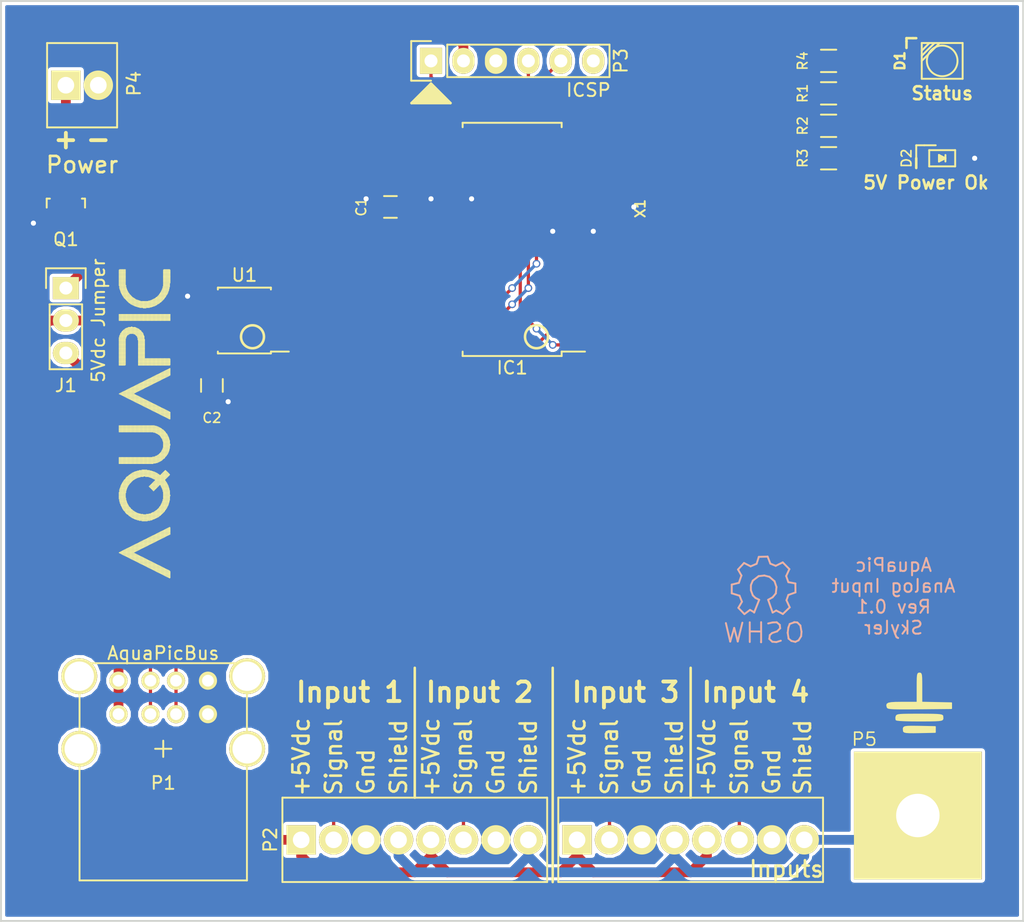
<source format=kicad_pcb>
(kicad_pcb (version 4) (host pcbnew 4.0.1-stable)
  (layers (0 F.Cu signal) (31 B.Cu signal) (34 B.Paste user) (35 F.Paste user) (36 B.SilkS user) (37 F.SilkS user) (38 B.Mask user) (39 F.Mask user) (44 Edge.Cuts user))
  (net 0 "")
  (net 1 +5V)
  (net 2 GND)
  (net 3 "Net-(D1-Pad2)")
  (net 4 "Net-(D1-Pad3)")
  (net 5 "Net-(D1-Pad1)")
  (net 6 "Net-(D2-Pad1)")
  (net 7 /Input3)
  (net 8 /Input4)
  (net 9 //MCLR)
  (net 10 /STAT_LED_R)
  (net 11 /STAT_LED_G)
  (net 12 /RX)
  (net 13 /STAT_LED_Y)
  (net 14 /T_nR)
  (net 15 /TX)
  (net 16 /PGC)
  (net 17 /PGD)
  (net 18 "Net-(IC1-Pad15)")
  (net 19 /Input1)
  (net 20 /Input2)
  (net 21 /5VdcA)
  (net 22 /5VdcB)
  (net 23 /D+)
  (net 24 /D-)
  (net 25 /5Vdc)
  (net 26 GNDPWR)
  (net 27 "Net-(P3-Pad6)")
  (net 28 "Net-(IC1-Pad7)")
  (net 29 "Net-(IC1-Pad9)")
  (net 30 "Net-(IC1-Pad10)")
  (net 31 "Net-(IC1-Pad11)")
  (net 32 "Net-(IC1-Pad24)")
  (net 33 "Net-(IC1-Pad25)")
  (net 34 "Net-(IC1-Pad26)")
  (net 35 "Net-(IC1-Pad21)")
  (net 36 "Net-(IC1-Pad22)")
  (net 37 "Net-(IC1-Pad23)")
  (net 38 "Net-(IC1-Pad6)")
  (module Capacitors_SMD:C_0805 (layer F.Cu) (at 30.48 -55.88 180)
    (fp_text reference C1 (at 2.286 0 270) (layer F.SilkS) (effects (font (size 0.762 0.762) (thickness 0.127))))
    (fp_text value 100nF)
    (pad 1 smd rect (at -1 0 180) (size 1 1.25) (layers F.Cu F.Paste F.Mask) (net 1 +5V))
    (pad 2 smd rect (at 1 0 180) (size 1 1.25) (layers F.Cu F.Paste F.Mask) (net 2 GND))
  )
  (module Capacitors_SMD:C_0805 (layer F.Cu) (at 16.51 -41.91 270)
    (fp_text reference C2 (at 2.54 0 360) (layer F.SilkS) (effects (font (size 0.762 0.762) (thickness 0.127))))
    (fp_text value 100nF)
    (pad 1 smd rect (at -1 0 270) (size 1 1.25) (layers F.Cu F.Paste F.Mask) (net 1 +5V))
    (pad 2 smd rect (at 1 0 270) (size 1 1.25) (layers F.Cu F.Paste F.Mask) (net 2 GND))
  )
  (module A_MyFootPrints:PLCC-4 (layer F.Cu) (at 73.66 -67.31 90)
    (fp_text reference D1 (at 0 -3.302 90) (layer F.SilkS) (effects (font (size 0.762 0.762) (thickness 0.1905))))
    (fp_text value SMP4-RGY)
    (pad 2 smd rect (at -0.75 1.55 90) (size 0.9 1.5) (layers F.Cu F.Paste F.Mask) (net 3 "Net-(D1-Pad2)"))
    (pad 4 smd rect (at 0.75 1.55 90) (size 0.9 1.5) (layers F.Cu F.Paste F.Mask) (net 1 +5V))
    (pad 3 smd rect (at 0.75 -1.55 90) (size 0.9 1.5) (layers F.Cu F.Paste F.Mask) (net 4 "Net-(D1-Pad3)"))
    (pad 1 smd rect (at -0.75 -1.55 90) (size 0.9 1.5) (layers F.Cu F.Paste F.Mask) (net 5 "Net-(D1-Pad1)"))
  )
  (module Pin_Headers:Pin_Header_Straight_1x03 (layer F.Cu) (at 5.08 -49.53)
    (fp_text reference J1 (at 0 7.62 180) (layer F.SilkS))
    (fp_text value "5Vdc Jumper" (at 2.54 2.54 90) (layer F.SilkS))
    (pad 1 thru_hole rect (at 0 0) (size 2.032 1.7272) (drill 1.016) (layers *.Cu *.Mask F.SilkS) (net 21 /5VdcA))
    (pad 2 thru_hole oval (at 0 2.54) (size 2.032 1.7272) (drill 1.016) (layers *.Cu *.Mask F.SilkS) (net 1 +5V))
    (pad 3 thru_hole oval (at 0 5.08) (size 2.032 1.7272) (drill 1.016) (layers *.Cu *.Mask F.SilkS) (net 22 /5VdcB))
  )
  (module A_MyFootPrints:USB-1.1_Stacked (layer F.Cu) (at 12.7 -13.335)
    (fp_text reference P1 (at 0 2.54) (layer F.SilkS))
    (fp_text value AquaPicBus (at 0 -7.62) (layer F.SilkS) (effects (font (size 1.016 1.016) (thickness 0.1524))))
    (pad 5 thru_hole circle (at -3.5 -5.470005) (size 1.42 1.42) (drill 0.92) (layers *.Cu *.Mask F.SilkS) (net 22 /5VdcB))
    (pad 6 thru_hole circle (at -1 -5.470005) (size 1.42 1.42) (drill 0.92) (layers *.Cu *.Mask F.SilkS) (net 23 /D+))
    (pad 7 thru_hole circle (at 1 -5.470005) (size 1.42 1.42) (drill 0.92) (layers *.Cu *.Mask F.SilkS) (net 24 /D-))
    (pad 8 thru_hole circle (at 3.5 -5.470005) (size 1.42 1.42) (drill 0.92) (layers *.Cu *.Mask F.SilkS) (net 2 GND))
    (pad 1 thru_hole circle (at -3.5 -2.850005) (size 1.42 1.42) (drill 0.92) (layers *.Cu *.Mask F.SilkS) (net 22 /5VdcB))
    (pad 2 thru_hole circle (at -1 -2.850005) (size 1.42 1.42) (drill 0.92) (layers *.Cu *.Mask F.SilkS) (net 23 /D+))
    (pad 3 thru_hole circle (at 1 -2.850005) (size 1.42 1.42) (drill 0.92) (layers *.Cu *.Mask F.SilkS) (net 24 /D-))
    (pad 4 thru_hole circle (at 3.5 -2.850005) (size 1.42 1.42) (drill 0.92) (layers *.Cu *.Mask F.SilkS) (net 2 GND))
    (pad Hole thru_hole circle (at 6.57 -0.140005) (size 2.8 2.8) (drill 2.3) (layers *.Cu *.Mask F.SilkS))
    (pad Hole thru_hole circle (at 6.57 -5.820005) (size 2.8 2.8) (drill 2.3) (layers *.Cu *.Mask F.SilkS))
    (pad Hole thru_hole circle (at -6.57 -5.820005) (size 2.8 2.8) (drill 2.3) (layers *.Cu *.Mask F.SilkS))
    (pad Hole thru_hole circle (at -6.57 -0.140005) (size 2.8 2.8) (drill 2.3) (layers *.Cu *.Mask F.SilkS))
  )
  (module Pin_Headers:Pin_Header_Straight_1x06 (layer F.Cu) (at 33.655 -67.31 90)
    (fp_text reference P3 (at 0 14.859 90) (layer F.SilkS) (effects (font (size 1.016 1.016) (thickness 0.1524))))
    (fp_text value ICSP (at -2.286 12.319 180) (layer F.SilkS) (effects (font (size 1.016 1.016) (thickness 0.1524))))
    (pad 1 thru_hole rect (at 0 0 90) (size 2.032 1.7272) (drill 1.016) (layers *.Cu *.Mask F.SilkS) (net 9 //MCLR))
    (pad 2 thru_hole oval (at 0 2.54 90) (size 2.032 1.7272) (drill 1.016) (layers *.Cu *.Mask F.SilkS) (net 1 +5V))
    (pad 3 thru_hole oval (at 0 5.08 90) (size 2.032 1.7272) (drill 1.016) (layers *.Cu *.Mask F.SilkS) (net 2 GND))
    (pad 4 thru_hole oval (at 0 7.62 90) (size 2.032 1.7272) (drill 1.016) (layers *.Cu *.Mask F.SilkS) (net 17 /PGD))
    (pad 5 thru_hole oval (at 0 10.16 90) (size 2.032 1.7272) (drill 1.016) (layers *.Cu *.Mask F.SilkS) (net 16 /PGC))
    (pad 6 thru_hole oval (at 0 12.7 90) (size 2.032 1.7272) (drill 1.016) (layers *.Cu *.Mask F.SilkS) (net 27 "Net-(P3-Pad6)"))
  )
  (module A_MyFootPrints:Screw_Header_1x2 (layer F.Cu) (at 6.35 -65.405)
    (fp_text reference P4 (at 4.064 -0.127 90) (layer F.SilkS) (effects (font (size 1.016 1.016) (thickness 0.1524))))
    (fp_text value Power (at 0 6.223) (layer F.SilkS) (effects (font (size 1.27 1.27) (thickness 0.2032))))
    (pad 1 thru_hole rect (at -1.27 0) (size 2.3 2.3) (drill 1.3) (layers *.Cu *.Mask F.SilkS) (net 25 /5Vdc))
    (pad 2 thru_hole circle (at 1.27 0) (size 2.3 2.3) (drill 1.3) (layers *.Cu *.Mask F.SilkS) (net 2 GND))
  )
  (module Housings_SOT-23_SOT-143_TSOT-6:SOT-23 (layer F.Cu) (at 5.08 -55.88)
    (fp_text reference Q1 (at 0 2.54) (layer F.SilkS))
    (fp_text value AO3407A)
    (pad 1 smd rect (at -0.95 1.00076) (size 0.8001 0.8001) (layers F.Cu F.Paste F.Mask) (net 2 GND))
    (pad 2 smd rect (at 0.95 1.00076) (size 0.8001 0.8001) (layers F.Cu F.Paste F.Mask) (net 21 /5VdcA))
    (pad 3 smd rect (at 0 -0.99822) (size 0.8001 0.8001) (layers F.Cu F.Paste F.Mask) (net 25 /5Vdc))
  )
  (module Resistors_SMD:R_0805 (layer F.Cu) (at 64.77 -64.77 180)
    (fp_text reference R1 (at 2.032 0 270) (layer F.SilkS) (effects (font (size 0.762 0.762) (thickness 0.127))))
    (fp_text value 300R)
    (pad 1 smd rect (at -0.95 0 180) (size 0.7 1.3) (layers F.Cu F.Paste F.Mask) (net 5 "Net-(D1-Pad1)"))
    (pad 2 smd rect (at 0.95 0 180) (size 0.7 1.3) (layers F.Cu F.Paste F.Mask) (net 11 /STAT_LED_G))
  )
  (module Resistors_SMD:R_0805 (layer F.Cu) (at 64.77 -62.23 180)
    (fp_text reference R2 (at 2.032 0 270) (layer F.SilkS) (effects (font (size 0.762 0.762) (thickness 0.127))))
    (fp_text value 300R)
    (pad 1 smd rect (at -0.95 0 180) (size 0.7 1.3) (layers F.Cu F.Paste F.Mask) (net 3 "Net-(D1-Pad2)"))
    (pad 2 smd rect (at 0.95 0 180) (size 0.7 1.3) (layers F.Cu F.Paste F.Mask) (net 13 /STAT_LED_Y))
  )
  (module Resistors_SMD:R_0805 (layer F.Cu) (at 64.77 -59.69)
    (fp_text reference R3 (at -2.032 0 90) (layer F.SilkS) (effects (font (size 0.762 0.762) (thickness 0.127))))
    (fp_text value 300R)
    (pad 1 smd rect (at -0.95 0) (size 0.7 1.3) (layers F.Cu F.Paste F.Mask) (net 1 +5V))
    (pad 2 smd rect (at 0.95 0) (size 0.7 1.3) (layers F.Cu F.Paste F.Mask) (net 6 "Net-(D2-Pad1)"))
  )
  (module Resistors_SMD:R_0805 (layer F.Cu) (at 64.77 -67.31 180)
    (fp_text reference R4 (at 2.032 0 270) (layer F.SilkS) (effects (font (size 0.762 0.762) (thickness 0.127))))
    (fp_text value 300R)
    (pad 1 smd rect (at -0.95 0 180) (size 0.7 1.3) (layers F.Cu F.Paste F.Mask) (net 4 "Net-(D1-Pad3)"))
    (pad 2 smd rect (at 0.95 0 180) (size 0.7 1.3) (layers F.Cu F.Paste F.Mask) (net 10 /STAT_LED_R))
  )
  (module Housings_SOIC:SOIC-8_3.9x4.9mm_Pitch1.27mm (layer F.Cu) (at 19.05 -46.99 180)
    (fp_text reference U1 (at 0 3.556 180) (layer F.SilkS))
    (fp_text value ST485EC)
    (pad 1 smd rect (at -2.7 -1.905 180) (size 1.55 0.6) (layers F.Cu F.Paste F.Mask) (net 12 /RX))
    (pad 2 smd rect (at -2.7 -0.635 180) (size 1.55 0.6) (layers F.Cu F.Paste F.Mask) (net 14 /T_nR))
    (pad 3 smd rect (at -2.7 0.635 180) (size 1.55 0.6) (layers F.Cu F.Paste F.Mask) (net 14 /T_nR))
    (pad 4 smd rect (at -2.7 1.905 180) (size 1.55 0.6) (layers F.Cu F.Paste F.Mask) (net 15 /TX))
    (pad 5 smd rect (at 2.7 1.905 180) (size 1.55 0.6) (layers F.Cu F.Paste F.Mask) (net 2 GND))
    (pad 6 smd rect (at 2.7 0.635 180) (size 1.55 0.6) (layers F.Cu F.Paste F.Mask) (net 23 /D+))
    (pad 7 smd rect (at 2.7 -0.635 180) (size 1.55 0.6) (layers F.Cu F.Paste F.Mask) (net 24 /D-))
    (pad 8 smd rect (at 2.7 -1.905 180) (size 1.55 0.6) (layers F.Cu F.Paste F.Mask) (net 1 +5V))
  )
  (module A_MyFootPrints:Resonator_3.2x1.3 (layer F.Cu) (at 48.26 -55.88 90)
    (fp_text reference X1 (at -0.127 1.778 270) (layer F.SilkS) (effects (font (size 0.762 0.762))))
    (fp_text value 8MHz)
    (pad 2 smd rect (at 0 0 90) (size 0.4 2) (layers F.Cu F.Paste F.Mask) (net 2 GND))
    (pad 3 smd rect (at 1.2 0 90) (size 0.4 2) (layers F.Cu F.Paste F.Mask) (net 30 "Net-(IC1-Pad10)"))
    (pad 1 smd rect (at -1.2 0 90) (size 0.4 2) (layers F.Cu F.Paste F.Mask) (net 29 "Net-(IC1-Pad9)"))
  )
  (module A_MyFootPrints:Screw_Header_1x16 (layer F.Cu) (at 43.18 -6.35)
    (fp_text reference P2 (at -22.098 0 90) (layer F.SilkS) (effects (font (size 1.016 1.016) (thickness 0.1524))))
    (fp_text value Inputs (at 18.288 2.286) (layer F.SilkS) (effects (font (size 1.27 1.27) (thickness 0.2032))))
    (pad 16 thru_hole circle (at 19.685 0) (size 2.3 2.3) (drill 1.3) (layers *.Cu *.Mask F.SilkS) (net 26 GNDPWR))
    (pad 15 thru_hole circle (at 17.145 0) (size 2.3 2.3) (drill 1.3) (layers *.Cu *.Mask F.SilkS) (net 2 GND))
    (pad 14 thru_hole circle (at 14.605 0) (size 2.3 2.3) (drill 1.3) (layers *.Cu *.Mask F.SilkS) (net 8 /Input4))
    (pad 13 thru_hole circle (at 12.065 0) (size 2.3 2.3) (drill 1.3) (layers *.Cu *.Mask F.SilkS) (net 1 +5V))
    (pad 12 thru_hole circle (at 9.525 0) (size 2.3 2.3) (drill 1.3) (layers *.Cu *.Mask F.SilkS) (net 26 GNDPWR))
    (pad 11 thru_hole circle (at 6.985 0) (size 2.3 2.3) (drill 1.3) (layers *.Cu *.Mask F.SilkS) (net 2 GND))
    (pad 10 thru_hole circle (at 4.445 0) (size 2.3 2.3) (drill 1.3) (layers *.Cu *.Mask F.SilkS) (net 7 /Input3))
    (pad 9 thru_hole rect (at 1.905 0) (size 2.3 2.3) (drill 1.3) (layers *.Cu *.Mask F.SilkS) (net 1 +5V))
    (pad 1 thru_hole rect (at -19.685 0) (size 2.3 2.3) (drill 1.3) (layers *.Cu *.Mask F.SilkS) (net 1 +5V))
    (pad 2 thru_hole circle (at -17.145 0) (size 2.3 2.3) (drill 1.3) (layers *.Cu *.Mask F.SilkS) (net 19 /Input1))
    (pad 3 thru_hole circle (at -14.605 0) (size 2.3 2.3) (drill 1.3) (layers *.Cu *.Mask F.SilkS) (net 2 GND))
    (pad 4 thru_hole circle (at -12.065 0) (size 2.3 2.3) (drill 1.3) (layers *.Cu *.Mask F.SilkS) (net 26 GNDPWR))
    (pad 5 thru_hole circle (at -9.525 0) (size 2.3 2.3) (drill 1.3) (layers *.Cu *.Mask F.SilkS) (net 1 +5V))
    (pad 6 thru_hole circle (at -6.985 0) (size 2.3 2.3) (drill 1.3) (layers *.Cu *.Mask F.SilkS) (net 20 /Input2))
    (pad 7 thru_hole circle (at -4.445 0) (size 2.3 2.3) (drill 1.3) (layers *.Cu *.Mask F.SilkS) (net 2 GND))
    (pad 8 thru_hole circle (at -1.905 0) (size 2.3 2.3) (drill 1.3) (layers *.Cu *.Mask F.SilkS) (net 26 GNDPWR))
  )
  (module Pin_Headers:Pin_Header_Straight_1x01 (layer F.Cu) (at 71.755 -8.255)
    (fp_text reference P5 (at -4.191 -5.969) (layer F.SilkS) (effects (font (size 1.016 1.016) (thickness 0.127))))
    (fp_text value "EARTH GROUND" hide)
    (pad 1 thru_hole rect (at 0 0) (size 10 10) (drill 3.4) (layers *.Cu *.Mask F.SilkS) (net 26 GNDPWR))
  )
  (module A_MyFootPrints:AquaPic_Logo (layer F.Cu) (at 3.175 -26.67 90)
    (fp_text reference LOGO hide)
    (fp_text value Val** hide)
  )
  (module A_MyFootPrints:Earth_Ground_Logo (layer F.Cu) (at 71.882 -16.002)
    (fp_text reference G*** hide)
    (fp_text value LOGO hide)
  )
  (module Symbols:Symbol_OSHW-Logo_SilkScreen (layer B.Cu) (at 59.69 -26.035 180)
    (fp_text reference "" hide)
    (fp_text value "" hide)
  )
  (module LEDs:LED-0805 (layer F.Cu) (at 73.66 -59.69)
    (fp_text reference D2 (at -2.794 0 90) (layer F.SilkS) (effects (font (size 0.762 0.762) (thickness 0.127))))
    (fp_text value APT2012)
    (pad 2 smd rect (at 1.04902 0 180) (size 1.19888 1.19888) (layers F.Cu F.Paste F.Mask) (net 2 GND))
    (pad 1 smd rect (at -1.04902 0 180) (size 1.19888 1.19888) (layers F.Cu F.Paste F.Mask) (net 6 "Net-(D2-Pad1)"))
  )
  (module Housings_SOIC:SOIC-28_7.5x17.9mm_Pitch1.27mm (layer F.Cu) (at 40.005 -53.34 180)
    (fp_text reference IC1 (at 0 -10.05 180) (layer F.SilkS))
    (fp_text value PIC16F1783)
    (pad 1 smd rect (at -4.7 -8.255 180) (size 2 0.6) (layers F.Cu F.Paste F.Mask) (net 9 //MCLR))
    (pad 2 smd rect (at -4.7 -6.985 180) (size 2 0.6) (layers F.Cu F.Paste F.Mask) (net 19 /Input1))
    (pad 3 smd rect (at -4.7 -5.715 180) (size 2 0.6) (layers F.Cu F.Paste F.Mask) (net 20 /Input2))
    (pad 4 smd rect (at -4.7 -4.445 180) (size 2 0.6) (layers F.Cu F.Paste F.Mask) (net 7 /Input3))
    (pad 5 smd rect (at -4.7 -3.175 180) (size 2 0.6) (layers F.Cu F.Paste F.Mask) (net 8 /Input4))
    (pad 6 smd rect (at -4.7 -1.905 180) (size 2 0.6) (layers F.Cu F.Paste F.Mask) (net 38 "Net-(IC1-Pad6)"))
    (pad 7 smd rect (at -4.7 -0.635 180) (size 2 0.6) (layers F.Cu F.Paste F.Mask) (net 28 "Net-(IC1-Pad7)"))
    (pad 8 smd rect (at -4.7 0.635 180) (size 2 0.6) (layers F.Cu F.Paste F.Mask) (net 2 GND))
    (pad 9 smd rect (at -4.7 1.905 180) (size 2 0.6) (layers F.Cu F.Paste F.Mask) (net 29 "Net-(IC1-Pad9)"))
    (pad 10 smd rect (at -4.7 3.175 180) (size 2 0.6) (layers F.Cu F.Paste F.Mask) (net 30 "Net-(IC1-Pad10)"))
    (pad 11 smd rect (at -4.7 4.445 180) (size 2 0.6) (layers F.Cu F.Paste F.Mask) (net 31 "Net-(IC1-Pad11)"))
    (pad 12 smd rect (at -4.7 5.715 180) (size 2 0.6) (layers F.Cu F.Paste F.Mask) (net 13 /STAT_LED_Y))
    (pad 13 smd rect (at -4.7 6.985 180) (size 2 0.6) (layers F.Cu F.Paste F.Mask) (net 11 /STAT_LED_G))
    (pad 14 smd rect (at -4.7 8.255 180) (size 2 0.6) (layers F.Cu F.Paste F.Mask) (net 10 /STAT_LED_R))
    (pad 15 smd rect (at 4.7 8.255 180) (size 2 0.6) (layers F.Cu F.Paste F.Mask) (net 18 "Net-(IC1-Pad15)"))
    (pad 16 smd rect (at 4.7 6.985 180) (size 2 0.6) (layers F.Cu F.Paste F.Mask) (net 14 /T_nR))
    (pad 17 smd rect (at 4.7 5.715 180) (size 2 0.6) (layers F.Cu F.Paste F.Mask) (net 15 /TX))
    (pad 18 smd rect (at 4.7 4.445 180) (size 2 0.6) (layers F.Cu F.Paste F.Mask) (net 12 /RX))
    (pad 19 smd rect (at 4.7 3.175 180) (size 2 0.6) (layers F.Cu F.Paste F.Mask) (net 2 GND))
    (pad 20 smd rect (at 4.7 1.905 180) (size 2 0.6) (layers F.Cu F.Paste F.Mask) (net 1 +5V))
    (pad 21 smd rect (at 4.7 0.635 180) (size 2 0.6) (layers F.Cu F.Paste F.Mask) (net 35 "Net-(IC1-Pad21)"))
    (pad 22 smd rect (at 4.7 -0.635 180) (size 2 0.6) (layers F.Cu F.Paste F.Mask) (net 36 "Net-(IC1-Pad22)"))
    (pad 23 smd rect (at 4.7 -1.905 180) (size 2 0.6) (layers F.Cu F.Paste F.Mask) (net 37 "Net-(IC1-Pad23)"))
    (pad 24 smd rect (at 4.7 -3.175 180) (size 2 0.6) (layers F.Cu F.Paste F.Mask) (net 32 "Net-(IC1-Pad24)"))
    (pad 25 smd rect (at 4.7 -4.445 180) (size 2 0.6) (layers F.Cu F.Paste F.Mask) (net 33 "Net-(IC1-Pad25)"))
    (pad 26 smd rect (at 4.7 -5.715 180) (size 2 0.6) (layers F.Cu F.Paste F.Mask) (net 34 "Net-(IC1-Pad26)"))
    (pad 27 smd rect (at 4.7 -6.985 180) (size 2 0.6) (layers F.Cu F.Paste F.Mask) (net 16 /PGC))
    (pad 28 smd rect (at 4.7 -8.255 180) (size 2 0.6) (layers F.Cu F.Paste F.Mask) (net 17 /PGD))
  )
  (gr_line (start 71.628 -58.928) (end 71.628 -59.69) (angle 90) (layer F.SilkS) (width 0.2))
  (gr_circle (center 19.685 -45.72) (end 20.32 -45.085) (layer F.SilkS) (width 0.2))
  (gr_circle (center 41.91 -45.72) (end 42.545 -45.085) (layer F.SilkS) (width 0.2))
  (gr_text "AquaPic\nAnalog Input\nRev 0.1\nSkyler" (at 69.85 -25.4) (layer B.SilkS) (effects (font (size 1.016 1.016) (thickness 0.1524)) (justify mirror)))
  (gr_line (start 43.18 -3.048) (end 43.18 -19.812) (angle 90) (layer F.SilkS) (width 0.2))
  (gr_line (start 53.975 -9.652) (end 53.975 -19.812) (angle 90) (layer F.SilkS) (width 0.2))
  (gr_line (start 32.385 -9.652) (end 32.385 -19.812) (angle 90) (layer F.SilkS) (width 0.2))
  (gr_text "Input 4" (at 59.055 -17.907) (layer F.SilkS) (effects (font (thickness 0.3048))))
  (gr_text "Input 3" (at 48.895 -17.907) (layer F.SilkS) (effects (font (thickness 0.3048))))
  (gr_text "Input 2" (at 37.465 -17.907) (layer F.SilkS) (effects (font (thickness 0.3048))))
  (gr_text "Input 1" (at 27.305 -17.907) (layer F.SilkS) (effects (font (thickness 0.3048))))
  (gr_text +5Vdc (at 55.245 -12.827 90) (layer F.SilkS) (effects (font (size 1.27 1.27) (thickness 0.2032))))
  (gr_text +5Vdc (at 45.085 -12.827 90) (layer F.SilkS) (effects (font (size 1.27 1.27) (thickness 0.2032))))
  (gr_text +5Vdc (at 33.655 -12.827 90) (layer F.SilkS) (effects (font (size 1.27 1.27) (thickness 0.2032))))
  (gr_text Gnd (at 28.575 -11.684 90) (layer F.SilkS) (effects (font (size 1.27 1.27) (thickness 0.2032))))
  (gr_text Gnd (at 38.735 -11.684 90) (layer F.SilkS) (effects (font (size 1.27 1.27) (thickness 0.2032))))
  (gr_text Gnd (at 50.165 -11.684 90) (layer F.SilkS) (effects (font (size 1.27 1.27) (thickness 0.2032))))
  (gr_text Signal (at 57.785 -12.827 90) (layer F.SilkS) (effects (font (size 1.27 1.27) (thickness 0.2032))))
  (gr_text Signal (at 47.625 -12.827 90) (layer F.SilkS) (effects (font (size 1.27 1.27) (thickness 0.2032))))
  (gr_text Signal (at 36.195 -12.827 90) (layer F.SilkS) (effects (font (size 1.27 1.27) (thickness 0.2032))))
  (gr_text Shield (at 62.738 -12.827 90) (layer F.SilkS) (effects (font (size 1.27 1.27) (thickness 0.2032))))
  (gr_text Shield (at 52.705 -12.827 90) (layer F.SilkS) (effects (font (size 1.27 1.27) (thickness 0.2032))))
  (gr_text Shield (at 41.275 -12.827 90) (layer F.SilkS) (effects (font (size 1.27 1.27) (thickness 0.2032))))
  (gr_text Shield (at 31.115 -12.827 90) (layer F.SilkS) (effects (font (size 1.27 1.27) (thickness 0.2032))))
  (gr_text Gnd (at 60.325 -11.684 90) (layer F.SilkS) (effects (font (size 1.27 1.27) (thickness 0.2032))))
  (gr_text Signal (at 26.035 -12.827 90) (layer F.SilkS) (effects (font (size 1.27 1.27) (thickness 0.2032))))
  (gr_text +5Vdc (at 23.495 -12.827 90) (layer F.SilkS) (effects (font (size 1.27 1.27) (thickness 0.2032))))
  (gr_text "5V Power Ok" (at 72.39 -57.785) (layer F.SilkS) (effects (font (size 1.016 1.016) (thickness 0.2032))))
  (gr_text Status (at 73.66 -64.77) (layer F.SilkS) (effects (font (size 1.016 1.016) (thickness 0.2032))))
  (gr_text - (at 7.62 -61.214) (layer F.SilkS) (effects (font (size 1.5 1.5) (thickness 0.3))))
  (gr_text + (at 5.08 -61.214) (layer F.SilkS) (effects (font (size 1.5 1.5) (thickness 0.3))))
  (gr_line (start 33.782 -65.278) (end 33.655 -65.405) (angle 90) (layer F.SilkS) (width 0.2))
  (gr_line (start 33.528 -65.278) (end 33.782 -65.278) (angle 90) (layer F.SilkS) (width 0.2))
  (gr_line (start 33.401 -65.151) (end 33.528 -65.278) (angle 90) (layer F.SilkS) (width 0.2))
  (gr_line (start 33.909 -65.151) (end 33.401 -65.151) (angle 90) (layer F.SilkS) (width 0.2))
  (gr_line (start 34.036 -65.024) (end 33.909 -65.151) (angle 90) (layer F.SilkS) (width 0.2))
  (gr_line (start 33.274 -65.024) (end 34.036 -65.024) (angle 90) (layer F.SilkS) (width 0.2))
  (gr_line (start 33.147 -64.897) (end 34.163 -64.897) (angle 90) (layer F.SilkS) (width 0.2))
  (gr_line (start 33.02 -64.77) (end 34.29 -64.77) (angle 90) (layer F.SilkS) (width 0.2))
  (gr_line (start 32.893 -64.643) (end 34.417 -64.643) (angle 90) (layer F.SilkS) (width 0.2))
  (gr_line (start 32.766 -64.516) (end 34.544 -64.516) (angle 90) (layer F.SilkS) (width 0.2))
  (gr_line (start 32.639 -64.389) (end 34.671 -64.389) (angle 90) (layer F.SilkS) (width 0.2))
  (gr_line (start 32.512 -64.262) (end 34.798 -64.262) (angle 90) (layer F.SilkS) (width 0.2))
  (gr_line (start 32.385 -64.135) (end 34.925 -64.135) (angle 90) (layer F.SilkS) (width 0.2))
  (gr_line (start 35.179 -64.008) (end 32.131 -64.008) (angle 90) (layer F.SilkS) (width 0.2))
  (gr_line (start 33.655 -65.532) (end 35.179 -64.008) (angle 90) (layer F.SilkS) (width 0.2))
  (gr_line (start 33.655 -65.532) (end 32.131 -64.008) (angle 90) (layer F.SilkS) (width 0.2))
  (gr_line (start 71.628 -69.088) (end 71.374 -69.088) (angle 90) (layer F.SilkS) (width 0.2))
  (gr_line (start 70.866 -69.088) (end 71.374 -69.088) (angle 90) (layer F.SilkS) (width 0.2))
  (gr_line (start 70.866 -68.834) (end 70.866 -69.088) (angle 90) (layer F.SilkS) (width 0.2))
  (gr_line (start 70.866 -68.326) (end 70.866 -68.834) (angle 90) (layer F.SilkS) (width 0.2))
  (gr_line (start 80 0) (end 0 0) (angle 90) (layer Edge.Cuts) (width 0.15))
  (gr_line (start 80 -72) (end 80 0) (angle 90) (layer Edge.Cuts) (width 0.15))
  (gr_line (start 0 -72) (end 80 -72) (angle 90) (layer Edge.Cuts) (width 0.15))
  (gr_line (start 0 0) (end 0 -72) (angle 90) (layer Edge.Cuts) (width 0.15))
  (segment (start 16.51 -42.91) (end 16.51 -44.925) (width 0.508) (layer F.Cu) (net 1))
  (segment (start 16.51 -44.925) (end 16.35 -45.085) (width 0.508) (layer F.Cu) (net 1))
  (segment (start 33.655 -55.245) (end 33.02 -55.88) (width 0.762) (layer F.Cu) (net 1))
  (segment (start 33.02 -55.88) (end 31.48 -55.88) (width 0.762) (layer F.Cu) (net 1))
  (segment (start 27.94 -53.975) (end 32.385 -53.975) (width 0.762) (layer F.Cu) (net 1))
  (segment (start 19.05 -46.99) (end 19.05 -44.45) (width 0.762) (layer F.Cu) (net 1))
  (segment (start 19.05 -44.45) (end 20.32 -43.18) (width 0.762) (layer F.Cu) (net 1))
  (segment (start 20.32 -43.18) (end 24.13 -43.18) (width 0.762) (layer F.Cu) (net 1))
  (segment (start 24.13 -43.18) (end 26.035 -45.085) (width 0.762) (layer F.Cu) (net 1))
  (segment (start 26.035 -45.085) (end 26.035 -52.07) (width 0.762) (layer F.Cu) (net 1))
  (segment (start 26.035 -52.07) (end 27.94 -53.975) (width 0.762) (layer F.Cu) (net 1))
  (segment (start 33.655 -55.245) (end 35.305 -55.245) (width 0.762) (layer F.Cu) (net 1))
  (segment (start 32.385 -53.975) (end 33.655 -55.245) (width 0.762) (layer F.Cu) (net 1))
  (segment (start 45.085 -5.08) (end 46.355 -3.81) (width 0.762) (layer F.Cu) (net 1))
  (segment (start 55.245 -5.08) (end 55.245 -6.35) (width 0.762) (layer F.Cu) (net 1))
  (segment (start 53.975 -3.81) (end 55.245 -5.08) (width 0.762) (layer F.Cu) (net 1))
  (segment (start 46.355 -3.81) (end 53.975 -3.81) (width 0.762) (layer F.Cu) (net 1))
  (segment (start 33.655 -5.08) (end 34.925 -3.81) (width 0.762) (layer F.Cu) (net 1))
  (segment (start 45.085 -5.08) (end 45.085 -6.35) (width 0.762) (layer F.Cu) (net 1))
  (segment (start 43.815 -3.81) (end 45.085 -5.08) (width 0.762) (layer F.Cu) (net 1))
  (segment (start 34.925 -3.81) (end 43.815 -3.81) (width 0.762) (layer F.Cu) (net 1))
  (segment (start 23.495 -6.35) (end 23.495 -5.08) (width 0.762) (layer F.Cu) (net 1))
  (segment (start 33.655 -5.08) (end 33.655 -6.35) (width 0.762) (layer F.Cu) (net 1))
  (segment (start 32.385 -3.81) (end 33.655 -5.08) (width 0.762) (layer F.Cu) (net 1))
  (segment (start 24.765 -3.81) (end 32.385 -3.81) (width 0.762) (layer F.Cu) (net 1))
  (segment (start 23.495 -5.08) (end 24.765 -3.81) (width 0.762) (layer F.Cu) (net 1))
  (segment (start 76.085 -68.06) (end 75.21 -68.06) (width 0.254) (layer F.Cu) (net 1))
  (segment (start 76.835 -67.31) (end 76.085 -68.06) (width 0.254) (layer F.Cu) (net 1))
  (segment (start 76.835 -65.405) (end 76.835 -67.31) (width 0.254) (layer F.Cu) (net 1))
  (segment (start 72.39 -60.96) (end 76.835 -65.405) (width 0.254) (layer F.Cu) (net 1))
  (segment (start 64.77 -60.96) (end 72.39 -60.96) (width 0.254) (layer F.Cu) (net 1))
  (segment (start 63.82 -60.01) (end 64.77 -60.96) (width 0.254) (layer F.Cu) (net 1))
  (segment (start 63.82 -59.69) (end 63.82 -60.01) (width 0.254) (layer F.Cu) (net 1))
  (segment (start 14.605 -50.8) (end 17.78 -50.8) (width 0.762) (layer F.Cu) (net 1))
  (segment (start 17.78 -50.8) (end 19.05 -49.53) (width 0.762) (layer F.Cu) (net 1))
  (segment (start 14.605 -50.8) (end 14.605 -53.34) (width 0.762) (layer F.Cu) (net 1))
  (segment (start 16.35 -45.085) (end 17.145 -45.085) (width 0.508) (layer F.Cu) (net 1))
  (segment (start 73.42 -69.85) (end 75.21 -68.06) (width 0.508) (layer F.Cu) (net 1))
  (segment (start 2.54 -45.72) (end 3.81 -46.99) (width 0.762) (layer F.Cu) (net 1))
  (segment (start 3.81 -46.99) (end 5.08 -46.99) (width 0.762) (layer F.Cu) (net 1))
  (segment (start 2.54 -42.545) (end 2.54 -10.795) (width 0.762) (layer F.Cu) (net 1))
  (segment (start 2.54 -10.795) (end 6.985 -6.35) (width 0.762) (layer F.Cu) (net 1))
  (segment (start 23.495 -6.35) (end 6.985 -6.35) (width 0.762) (layer F.Cu) (net 1))
  (segment (start 2.54 -42.545) (end 2.54 -45.72) (width 0.762) (layer F.Cu) (net 1))
  (segment (start 10.795 -46.99) (end 14.605 -50.8) (width 0.762) (layer F.Cu) (net 1))
  (segment (start 5.08 -46.99) (end 10.795 -46.99) (width 0.762) (layer F.Cu) (net 1))
  (segment (start 34.925 -69.85) (end 36.195 -68.58) (width 0.762) (layer F.Cu) (net 1))
  (segment (start 14.605 -53.34) (end 30.48 -69.215) (width 0.762) (layer F.Cu) (net 1))
  (segment (start 31.115 -69.85) (end 34.925 -69.85) (width 0.762) (layer F.Cu) (net 1))
  (segment (start 30.48 -69.215) (end 31.115 -69.85) (width 0.762) (layer F.Cu) (net 1))
  (segment (start 34.925 -69.85) (end 73.42 -69.85) (width 0.508) (layer F.Cu) (net 1))
  (segment (start 36.195 -68.58) (end 36.195 -67.31) (width 0.762) (layer F.Cu) (net 1))
  (segment (start 19.05 -49.53) (end 19.05 -46.99) (width 0.762) (layer F.Cu) (net 1))
  (segment (start 17.145 -45.085) (end 19.05 -46.99) (width 0.508) (layer F.Cu) (net 1))
  (segment (start 16.51 -40.91) (end 17.51 -40.91) (width 0.508) (layer F.Cu) (net 2))
  (via (at 17.78 -40.64) (size 0.6) (drill 0.4) (layers F.Cu B.Cu) (net 2))
  (segment (start 17.51 -40.91) (end 17.78 -40.64) (width 0.508) (layer F.Cu) (net 2))
  (segment (start 44.705 -53.975) (end 43.18 -53.975) (width 0.254) (layer F.Cu) (net 2))
  (via (at 43.18 -53.975) (size 0.6) (drill 0.4) (layers F.Cu B.Cu) (net 2))
  (segment (start 35.305 -56.515) (end 33.655 -56.515) (width 0.254) (layer F.Cu) (net 2))
  (via (at 33.655 -56.515) (size 0.6) (drill 0.4) (layers F.Cu B.Cu) (net 2))
  (segment (start 35.305 -56.515) (end 36.83 -56.515) (width 0.254) (layer F.Cu) (net 2))
  (via (at 36.83 -56.515) (size 0.6) (drill 0.4) (layers F.Cu B.Cu) (net 2))
  (segment (start 29.48 -55.88) (end 28.845 -56.515) (width 0.254) (layer F.Cu) (net 2))
  (via (at 28.575 -56.515) (size 0.6) (drill 0.4) (layers F.Cu B.Cu) (net 2))
  (segment (start 28.845 -56.515) (end 28.575 -56.515) (width 0.254) (layer F.Cu) (net 2))
  (via (at 46.355 -53.975) (size 0.6) (drill 0.4) (layers F.Cu B.Cu) (net 2))
  (segment (start 46.355 -53.975) (end 44.705 -53.975) (width 0.254) (layer F.Cu) (net 2))
  (segment (start 48.26 -55.88) (end 49.53 -55.88) (width 0.254) (layer F.Cu) (net 2))
  (via (at 49.53 -55.88) (size 0.6) (drill 0.4) (layers F.Cu B.Cu) (net 2))
  (via (at 76.2 -59.69) (size 0.6) (layers F.Cu B.Cu) (net 2))
  (segment (start 74.70902 -59.69) (end 76.2 -59.69) (width 0.508) (layer F.Cu) (net 2))
  (via (at 14.605 -48.895) (size 0.6) (layers F.Cu B.Cu) (net 2))
  (segment (start 16.35 -48.895) (end 14.605 -48.895) (width 0.508) (layer F.Cu) (net 2))
  (segment (start 2.80924 -54.87924) (end 2.54 -54.61) (width 0.254) (layer F.Cu) (net 2))
  (via (at 2.54 -54.61) (size 0.6) (layers F.Cu B.Cu) (net 2))
  (segment (start 4.13 -54.87924) (end 2.80924 -54.87924) (width 0.254) (layer F.Cu) (net 2))
  (segment (start 70.88 -62.23) (end 75.21 -66.56) (width 0.254) (layer F.Cu) (net 3))
  (segment (start 65.72 -62.23) (end 70.88 -62.23) (width 0.254) (layer F.Cu) (net 3))
  (segment (start 68.58 -67.31) (end 69.33 -68.06) (width 0.254) (layer F.Cu) (net 4))
  (segment (start 69.33 -68.06) (end 72.11 -68.06) (width 0.254) (layer F.Cu) (net 4))
  (segment (start 65.72 -67.31) (end 68.58 -67.31) (width 0.254) (layer F.Cu) (net 4))
  (segment (start 67.945 -64.77) (end 69.735 -66.56) (width 0.254) (layer F.Cu) (net 5))
  (segment (start 69.735 -66.56) (end 72.11 -66.56) (width 0.254) (layer F.Cu) (net 5))
  (segment (start 65.72 -64.77) (end 67.945 -64.77) (width 0.254) (layer F.Cu) (net 5))
  (segment (start 65.72 -59.69) (end 72.61098 -59.69) (width 0.254) (layer F.Cu) (net 6))
  (segment (start 44.705 -48.895) (end 46.355 -48.895) (width 0.254) (layer F.Cu) (net 7))
  (segment (start 47.625 -47.625) (end 47.625 -6.35) (width 0.254) (layer F.Cu) (net 7))
  (segment (start 46.355 -48.895) (end 47.625 -47.625) (width 0.254) (layer F.Cu) (net 7))
  (segment (start 44.705 -50.165) (end 46.355 -50.165) (width 0.254) (layer F.Cu) (net 8))
  (segment (start 57.785 -38.1) (end 57.785 -6.35) (width 0.254) (layer F.Cu) (net 8))
  (segment (start 57.785 -38.735) (end 57.785 -38.1) (width 0.254) (layer F.Cu) (net 8))
  (segment (start 46.355 -50.165) (end 57.785 -38.735) (width 0.254) (layer F.Cu) (net 8))
  (segment (start 40.64 -59.055) (end 40.64 -47.625) (width 0.254) (layer F.Cu) (net 9))
  (segment (start 41.91 -46.355) (end 43.18 -45.085) (width 0.254) (layer B.Cu) (net 9))
  (via (at 43.18 -45.085) (size 0.6) (drill 0.4) (layers F.Cu B.Cu) (net 9))
  (segment (start 44.705 -45.085) (end 43.18 -45.085) (width 0.254) (layer F.Cu) (net 9))
  (via (at 41.91 -46.355) (size 0.6) (drill 0.4) (layers F.Cu B.Cu) (net 9))
  (segment (start 40.64 -59.055) (end 40.005 -59.69) (width 0.254) (layer F.Cu) (net 9))
  (segment (start 33.655 -66.04) (end 33.655 -67.31) (width 0.254) (layer F.Cu) (net 9))
  (segment (start 33.655 -66.04) (end 40.005 -59.69) (width 0.254) (layer F.Cu) (net 9))
  (segment (start 40.64 -47.625) (end 41.91 -46.355) (width 0.254) (layer F.Cu) (net 9))
  (segment (start 44.705 -61.595) (end 55.88 -61.595) (width 0.254) (layer F.Cu) (net 10))
  (segment (start 61.595 -67.31) (end 63.82 -67.31) (width 0.254) (layer F.Cu) (net 10))
  (segment (start 55.88 -61.595) (end 61.595 -67.31) (width 0.254) (layer F.Cu) (net 10))
  (segment (start 44.705 -60.325) (end 57.15 -60.325) (width 0.254) (layer F.Cu) (net 11))
  (segment (start 61.595 -64.77) (end 63.82 -64.77) (width 0.254) (layer F.Cu) (net 11))
  (segment (start 57.15 -60.325) (end 61.595 -64.77) (width 0.254) (layer F.Cu) (net 11))
  (segment (start 21.75 -45.085) (end 22.86 -45.085) (width 0.254) (layer F.Cu) (net 12))
  (segment (start 27.94 -57.785) (end 35.305 -57.785) (width 0.254) (layer F.Cu) (net 12))
  (segment (start 24.13 -53.975) (end 27.94 -57.785) (width 0.254) (layer F.Cu) (net 12))
  (segment (start 24.13 -46.355) (end 24.13 -53.975) (width 0.254) (layer F.Cu) (net 12))
  (segment (start 22.86 -45.085) (end 24.13 -46.355) (width 0.254) (layer F.Cu) (net 12))
  (segment (start 44.705 -59.055) (end 58.42 -59.055) (width 0.254) (layer F.Cu) (net 13))
  (segment (start 58.42 -59.055) (end 61.595 -62.23) (width 0.254) (layer F.Cu) (net 13))
  (segment (start 61.595 -62.23) (end 63.82 -62.23) (width 0.254) (layer F.Cu) (net 13))
  (segment (start 21.75 -47.625) (end 20.955 -47.625) (width 0.254) (layer F.Cu) (net 14))
  (segment (start 27.94 -60.325) (end 35.305 -60.325) (width 0.254) (layer F.Cu) (net 14))
  (segment (start 20.32 -52.705) (end 27.94 -60.325) (width 0.254) (layer F.Cu) (net 14))
  (segment (start 20.32 -48.26) (end 20.32 -52.705) (width 0.254) (layer F.Cu) (net 14))
  (segment (start 20.955 -47.625) (end 20.32 -48.26) (width 0.254) (layer F.Cu) (net 14))
  (segment (start 21.75 -46.355) (end 21.75 -47.625) (width 0.254) (layer F.Cu) (net 14))
  (segment (start 21.75 -48.895) (end 21.75 -52.865) (width 0.254) (layer F.Cu) (net 15))
  (segment (start 27.94 -59.055) (end 35.305 -59.055) (width 0.254) (layer F.Cu) (net 15))
  (segment (start 21.75 -52.865) (end 27.94 -59.055) (width 0.254) (layer F.Cu) (net 15))
  (via (at 40.005 -49.53) (size 0.6) (drill 0.4) (layers F.Cu B.Cu) (net 16))
  (segment (start 39.37 -48.895) (end 40.005 -49.53) (width 0.254) (layer F.Cu) (net 16))
  (segment (start 36.83 -46.355) (end 39.37 -48.895) (width 0.254) (layer F.Cu) (net 16))
  (segment (start 35.305 -46.355) (end 36.83 -46.355) (width 0.254) (layer F.Cu) (net 16))
  (segment (start 41.91 -65.405) (end 43.815 -67.31) (width 0.254) (layer F.Cu) (net 16))
  (segment (start 41.91 -64.77) (end 41.91 -65.405) (width 0.254) (layer F.Cu) (net 16))
  (segment (start 41.91 -51.435) (end 41.91 -64.77) (width 0.254) (layer F.Cu) (net 16))
  (via (at 41.91 -51.435) (size 0.6) (drill 0.4) (layers F.Cu B.Cu) (net 16))
  (segment (start 40.005 -49.53) (end 41.91 -51.435) (width 0.254) (layer B.Cu) (net 16))
  (segment (start 43.815 -67.31) (end 43.18 -66.675) (width 0.254) (layer F.Cu) (net 16))
  (via (at 40.005 -48.26) (size 0.6) (drill 0.4) (layers F.Cu B.Cu) (net 17))
  (segment (start 35.305 -45.085) (end 36.83 -45.085) (width 0.254) (layer F.Cu) (net 17))
  (segment (start 39.37 -47.625) (end 36.83 -45.085) (width 0.254) (layer F.Cu) (net 17))
  (segment (start 39.37 -47.625) (end 40.005 -48.26) (width 0.254) (layer F.Cu) (net 17))
  (segment (start 41.275 -49.53) (end 41.275 -67.31) (width 0.254) (layer F.Cu) (net 17))
  (via (at 41.275 -49.53) (size 0.6) (drill 0.4) (layers F.Cu B.Cu) (net 17))
  (segment (start 40.005 -48.26) (end 41.275 -49.53) (width 0.254) (layer B.Cu) (net 17))
  (segment (start 44.705 -46.355) (end 43.18 -46.355) (width 0.254) (layer F.Cu) (net 19))
  (segment (start 26.035 -29.21) (end 26.035 -6.35) (width 0.254) (layer F.Cu) (net 19))
  (segment (start 43.18 -46.355) (end 26.035 -29.21) (width 0.254) (layer F.Cu) (net 19))
  (segment (start 36.195 -6.35) (end 36.195 -33.02) (width 0.254) (layer F.Cu) (net 20))
  (segment (start 46.355 -47.625) (end 44.705 -47.625) (width 0.254) (layer F.Cu) (net 20))
  (segment (start 46.99 -46.99) (end 46.355 -47.625) (width 0.254) (layer F.Cu) (net 20))
  (segment (start 46.99 -43.815) (end 46.99 -46.99) (width 0.254) (layer F.Cu) (net 20))
  (segment (start 36.195 -33.02) (end 46.99 -43.815) (width 0.254) (layer F.Cu) (net 20))
  (segment (start 6.03 -50.48) (end 6.03 -54.87924) (width 0.762) (layer F.Cu) (net 21))
  (segment (start 5.08 -49.53) (end 6.03 -50.48) (width 0.762) (layer F.Cu) (net 21))
  (segment (start 9.2 -40.33) (end 9.2 -18.805005) (width 0.762) (layer F.Cu) (net 22))
  (segment (start 5.08 -44.45) (end 9.2 -40.33) (width 0.762) (layer F.Cu) (net 22))
  (segment (start 9.2 -18.805005) (end 9.2 -16.185005) (width 0.762) (layer F.Cu) (net 22))
  (segment (start 11.7 -18.805005) (end 11.7 -44.085) (width 0.254) (layer F.Cu) (net 23))
  (segment (start 11.7 -44.085) (end 12.065 -44.45) (width 0.254) (layer F.Cu) (net 23))
  (segment (start 11.7 -16.185005) (end 11.7 -18.805005) (width 0.254) (layer F.Cu) (net 23))
  (segment (start 11.7 -44.085) (end 12.065 -44.45) (width 0.254) (layer F.Cu) (net 23))
  (segment (start 12.065 -44.45) (end 15.24 -47.625) (width 0.254) (layer F.Cu) (net 23))
  (segment (start 15.24 -47.625) (end 16.35 -47.625) (width 0.254) (layer F.Cu) (net 23))
  (segment (start 13.7 -18.805005) (end 13.7 -44.815) (width 0.254) (layer F.Cu) (net 24))
  (segment (start 13.7 -44.815) (end 13.97 -45.085) (width 0.254) (layer F.Cu) (net 24))
  (segment (start 13.7 -16.185005) (end 13.7 -18.805005) (width 0.254) (layer F.Cu) (net 24))
  (segment (start 13.7 -44.815) (end 13.97 -45.085) (width 0.254) (layer F.Cu) (net 24))
  (segment (start 13.97 -45.085) (end 15.24 -46.355) (width 0.254) (layer F.Cu) (net 24))
  (segment (start 15.24 -46.355) (end 16.35 -46.355) (width 0.254) (layer F.Cu) (net 24))
  (segment (start 5.08 -56.87822) (end 5.08 -65.405) (width 0.762) (layer F.Cu) (net 25))
  (segment (start 62.865 -6.35) (end 69.85 -6.35) (width 0.762) (layer B.Cu) (net 26))
  (segment (start 69.85 -6.35) (end 71.755 -8.255) (width 0.762) (layer B.Cu) (net 26))
  (segment (start 52.705 -5.08) (end 53.975 -3.81) (width 0.762) (layer B.Cu) (net 26))
  (segment (start 62.865 -5.08) (end 62.865 -6.35) (width 0.762) (layer B.Cu) (net 26))
  (segment (start 61.595 -3.81) (end 62.865 -5.08) (width 0.762) (layer B.Cu) (net 26))
  (segment (start 53.975 -3.81) (end 61.595 -3.81) (width 0.762) (layer B.Cu) (net 26))
  (segment (start 41.275 -5.08) (end 42.545 -3.81) (width 0.762) (layer B.Cu) (net 26))
  (segment (start 52.705 -5.08) (end 52.705 -6.35) (width 0.762) (layer B.Cu) (net 26))
  (segment (start 51.435 -3.81) (end 52.705 -5.08) (width 0.762) (layer B.Cu) (net 26))
  (segment (start 42.545 -3.81) (end 51.435 -3.81) (width 0.762) (layer B.Cu) (net 26))
  (segment (start 31.115 -6.35) (end 31.115 -5.08) (width 0.762) (layer B.Cu) (net 26))
  (segment (start 41.275 -5.08) (end 41.275 -6.35) (width 0.762) (layer B.Cu) (net 26))
  (segment (start 40.005 -3.81) (end 41.275 -5.08) (width 0.762) (layer B.Cu) (net 26))
  (segment (start 32.385 -3.81) (end 40.005 -3.81) (width 0.762) (layer B.Cu) (net 26))
  (segment (start 31.115 -5.08) (end 32.385 -3.81) (width 0.762) (layer B.Cu) (net 26))
  (segment (start 44.705 -55.245) (end 46.355 -55.245) (width 0.254) (layer F.Cu) (net 29))
  (segment (start 46.92 -54.68) (end 48.26 -54.68) (width 0.254) (layer F.Cu) (net 29))
  (segment (start 46.355 -55.245) (end 46.92 -54.68) (width 0.254) (layer F.Cu) (net 29))
  (segment (start 48.26 -57.08) (end 46.92 -57.08) (width 0.254) (layer F.Cu) (net 30))
  (segment (start 46.355 -56.515) (end 44.705 -56.515) (width 0.254) (layer F.Cu) (net 30))
  (segment (start 46.92 -57.08) (end 46.355 -56.515) (width 0.254) (layer F.Cu) (net 30))
  (zone (net 2) (net_name GND) (layer B.Cu) (connect_pads yes (clearance 0.254)) (min_thickness 0.254) (fill yes (arc_segments 16) (thermal_gap 0.508) (thermal_bridge_width 2.54))
    (polygon (pts (xy 80 0) (xy 0 0) (xy 0 -72) (xy 80 -72)))
  )
)
</source>
